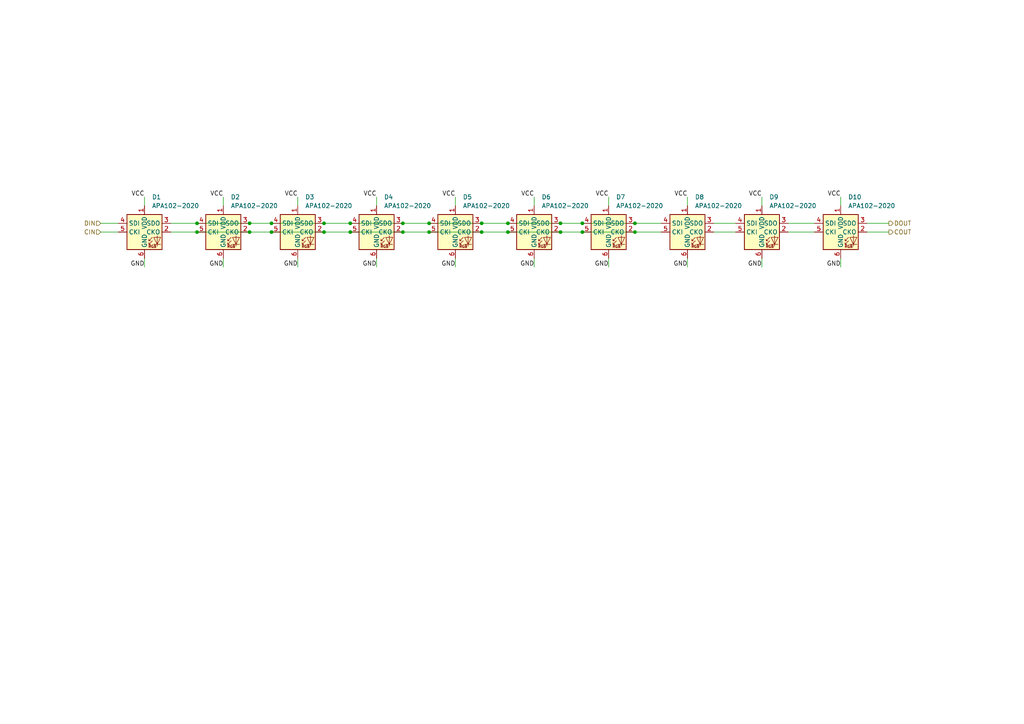
<source format=kicad_sch>
(kicad_sch
	(version 20250114)
	(generator "eeschema")
	(generator_version "9.0")
	(uuid "33316379-28af-4a46-9b2b-fb30fca31c53")
	(paper "A4")
	(lib_symbols
		(symbol "LEDS_sym:APA102-2020"
			(exclude_from_sim no)
			(in_bom yes)
			(on_board yes)
			(property "Reference" "D"
				(at 5.08 5.715 0)
				(effects
					(font
						(size 1.27 1.27)
					)
					(justify right bottom)
				)
			)
			(property "Value" "APA102-2020"
				(at 1.27 -5.715 0)
				(effects
					(font
						(size 1.27 1.27)
					)
					(justify left top)
				)
			)
			(property "Footprint" "LED_SMD:LED-APA102-2020"
				(at 1.27 -7.62 0)
				(effects
					(font
						(size 1.27 1.27)
					)
					(justify left top)
					(hide yes)
				)
			)
			(property "Datasheet" "http://www.led-color.com/upload/201604/APA102-2020%20SMD%20LED.pdf"
				(at 2.54 -9.525 0)
				(effects
					(font
						(size 1.27 1.27)
					)
					(justify left top)
					(hide yes)
				)
			)
			(property "Description" "RGB LED with integrated controller"
				(at 0 0 0)
				(effects
					(font
						(size 1.27 1.27)
					)
					(hide yes)
				)
			)
			(property "ki_keywords" "RGB LED addressable 8bit pwm 5bit greyscale"
				(at 0 0 0)
				(effects
					(font
						(size 1.27 1.27)
					)
					(hide yes)
				)
			)
			(property "ki_fp_filters" "LED*APA102*"
				(at 0 0 0)
				(effects
					(font
						(size 1.27 1.27)
					)
					(hide yes)
				)
			)
			(symbol "APA102-2020_0_0"
				(text "RGB"
					(at 2.286 -4.191 0)
					(effects
						(font
							(size 0.762 0.762)
						)
					)
				)
			)
			(symbol "APA102-2020_0_1"
				(polyline
					(pts
						(xy 1.27 -2.54) (xy 1.778 -2.54)
					)
					(stroke
						(width 0)
						(type default)
					)
					(fill
						(type none)
					)
				)
				(polyline
					(pts
						(xy 1.27 -3.556) (xy 1.778 -3.556)
					)
					(stroke
						(width 0)
						(type default)
					)
					(fill
						(type none)
					)
				)
				(polyline
					(pts
						(xy 2.286 -1.524) (xy 1.27 -2.54) (xy 1.27 -2.032)
					)
					(stroke
						(width 0)
						(type default)
					)
					(fill
						(type none)
					)
				)
				(polyline
					(pts
						(xy 2.286 -2.54) (xy 1.27 -3.556) (xy 1.27 -3.048)
					)
					(stroke
						(width 0)
						(type default)
					)
					(fill
						(type none)
					)
				)
				(polyline
					(pts
						(xy 3.683 -1.016) (xy 3.683 -3.556) (xy 3.683 -4.064)
					)
					(stroke
						(width 0)
						(type default)
					)
					(fill
						(type none)
					)
				)
				(polyline
					(pts
						(xy 4.699 -1.524) (xy 2.667 -1.524) (xy 3.683 -3.556) (xy 4.699 -1.524)
					)
					(stroke
						(width 0)
						(type default)
					)
					(fill
						(type none)
					)
				)
				(polyline
					(pts
						(xy 4.699 -3.556) (xy 2.667 -3.556)
					)
					(stroke
						(width 0)
						(type default)
					)
					(fill
						(type none)
					)
				)
				(rectangle
					(start 5.08 5.08)
					(end -5.08 -5.08)
					(stroke
						(width 0.254)
						(type default)
					)
					(fill
						(type background)
					)
				)
			)
			(symbol "APA102-2020_1_1"
				(pin input line
					(at -7.62 2.54 0)
					(length 2.54)
					(name "SDI"
						(effects
							(font
								(size 1.27 1.27)
							)
						)
					)
					(number "4"
						(effects
							(font
								(size 1.27 1.27)
							)
						)
					)
				)
				(pin input line
					(at -7.62 0 0)
					(length 2.54)
					(name "CKI"
						(effects
							(font
								(size 1.27 1.27)
							)
						)
					)
					(number "5"
						(effects
							(font
								(size 1.27 1.27)
							)
						)
					)
				)
				(pin power_in line
					(at 0 7.62 270)
					(length 2.54)
					(name "VDD"
						(effects
							(font
								(size 1.27 1.27)
							)
						)
					)
					(number "1"
						(effects
							(font
								(size 1.27 1.27)
							)
						)
					)
				)
				(pin power_in line
					(at 0 -7.62 90)
					(length 2.54)
					(name "GND"
						(effects
							(font
								(size 1.27 1.27)
							)
						)
					)
					(number "6"
						(effects
							(font
								(size 1.27 1.27)
							)
						)
					)
				)
				(pin output line
					(at 7.62 2.54 180)
					(length 2.54)
					(name "SDO"
						(effects
							(font
								(size 1.27 1.27)
							)
						)
					)
					(number "3"
						(effects
							(font
								(size 1.27 1.27)
							)
						)
					)
				)
				(pin output line
					(at 7.62 0 180)
					(length 2.54)
					(name "CKO"
						(effects
							(font
								(size 1.27 1.27)
							)
						)
					)
					(number "2"
						(effects
							(font
								(size 1.27 1.27)
							)
						)
					)
				)
			)
			(embedded_fonts no)
		)
	)
	(junction
		(at 139.7 67.31)
		(diameter 0)
		(color 0 0 0 0)
		(uuid "07091abe-99ca-47c4-823c-f55d11665976")
	)
	(junction
		(at 147.32 64.77)
		(diameter 0)
		(color 0 0 0 0)
		(uuid "08996205-0acf-4625-b381-67394efc998a")
	)
	(junction
		(at 168.91 64.77)
		(diameter 0)
		(color 0 0 0 0)
		(uuid "1bb29e6d-0737-4cce-9fda-6392ab79d8e8")
	)
	(junction
		(at 72.39 67.31)
		(diameter 0)
		(color 0 0 0 0)
		(uuid "2093346e-31b1-4843-bdc3-7c21f6c1ed0c")
	)
	(junction
		(at 101.6 64.77)
		(diameter 0)
		(color 0 0 0 0)
		(uuid "26efb8e1-71e8-40ef-8970-b93146b6cb78")
	)
	(junction
		(at 139.7 64.77)
		(diameter 0)
		(color 0 0 0 0)
		(uuid "2bbd06ed-9d87-4bb3-9e4d-63564bf21817")
	)
	(junction
		(at 184.15 67.31)
		(diameter 0)
		(color 0 0 0 0)
		(uuid "2f189388-3f96-45d4-b53b-d112c8ff26db")
	)
	(junction
		(at 57.15 67.31)
		(diameter 0)
		(color 0 0 0 0)
		(uuid "31e30806-0ecb-4f5c-aaf2-b380e13580e2")
	)
	(junction
		(at 162.56 67.31)
		(diameter 0)
		(color 0 0 0 0)
		(uuid "3f4355d6-4ffa-4110-a980-181438d111ca")
	)
	(junction
		(at 78.74 64.77)
		(diameter 0)
		(color 0 0 0 0)
		(uuid "413d596a-47c6-4bc9-9503-c17c45e06905")
	)
	(junction
		(at 72.39 64.77)
		(diameter 0)
		(color 0 0 0 0)
		(uuid "4c40def7-b26e-47cf-a680-ff40ec52fbf3")
	)
	(junction
		(at 78.74 67.31)
		(diameter 0)
		(color 0 0 0 0)
		(uuid "5516042d-8b5a-43b4-8b7c-7483956c6ea3")
	)
	(junction
		(at 124.46 67.31)
		(diameter 0)
		(color 0 0 0 0)
		(uuid "5ab5ba39-88dd-4915-bec0-d938a787a13b")
	)
	(junction
		(at 168.91 67.31)
		(diameter 0)
		(color 0 0 0 0)
		(uuid "5b29e5f8-66db-4e97-8c9d-c49a96554817")
	)
	(junction
		(at 162.56 64.77)
		(diameter 0)
		(color 0 0 0 0)
		(uuid "5c6b95f5-e347-4075-94ac-cb1f6c170673")
	)
	(junction
		(at 116.84 67.31)
		(diameter 0)
		(color 0 0 0 0)
		(uuid "7a873b76-52ae-4b8e-8ce6-b48b0fde4571")
	)
	(junction
		(at 147.32 67.31)
		(diameter 0)
		(color 0 0 0 0)
		(uuid "b8cfeeaa-c231-40db-a229-9f2f77593fbf")
	)
	(junction
		(at 93.98 67.31)
		(diameter 0)
		(color 0 0 0 0)
		(uuid "ba4311b8-f57f-4be1-923a-123182b8fe63")
	)
	(junction
		(at 124.46 64.77)
		(diameter 0)
		(color 0 0 0 0)
		(uuid "ba509446-0912-47e0-a476-0f6d9239bd6d")
	)
	(junction
		(at 93.98 64.77)
		(diameter 0)
		(color 0 0 0 0)
		(uuid "cd336a95-8498-4ad4-954e-b4b151278c89")
	)
	(junction
		(at 101.6 67.31)
		(diameter 0)
		(color 0 0 0 0)
		(uuid "f07dccb9-333c-4a38-a718-615899f41a3b")
	)
	(junction
		(at 57.15 64.77)
		(diameter 0)
		(color 0 0 0 0)
		(uuid "f6ce517c-3d01-41c8-be75-ee28a0b69e17")
	)
	(junction
		(at 116.84 64.77)
		(diameter 0)
		(color 0 0 0 0)
		(uuid "f8fea7fa-ce21-4703-9836-6f160b451b8c")
	)
	(junction
		(at 184.15 64.77)
		(diameter 0)
		(color 0 0 0 0)
		(uuid "fb75d996-5cd3-4134-924d-fbf5351380ba")
	)
	(wire
		(pts
			(xy 109.22 74.93) (xy 109.22 77.47)
		)
		(stroke
			(width 0)
			(type default)
		)
		(uuid "051b3802-7b4d-4483-86ce-cb8920894a8f")
	)
	(wire
		(pts
			(xy 228.6 67.31) (xy 236.22 67.31)
		)
		(stroke
			(width 0)
			(type default)
		)
		(uuid "064e0340-d631-494b-8dcb-ddfa5955e61e")
	)
	(wire
		(pts
			(xy 101.6 67.31) (xy 116.84 67.31)
		)
		(stroke
			(width 0)
			(type default)
		)
		(uuid "06a4d58d-229b-43e2-8f98-3f3ef5605e7a")
	)
	(wire
		(pts
			(xy 41.91 57.15) (xy 41.91 59.69)
		)
		(stroke
			(width 0)
			(type default)
		)
		(uuid "06f299d4-c136-473b-969c-ad4e47db93b9")
	)
	(wire
		(pts
			(xy 29.21 64.77) (xy 34.29 64.77)
		)
		(stroke
			(width 0)
			(type default)
		)
		(uuid "07834fc2-b313-4d76-9f30-88982e23a429")
	)
	(wire
		(pts
			(xy 147.32 67.31) (xy 162.56 67.31)
		)
		(stroke
			(width 0)
			(type default)
		)
		(uuid "0c8f7997-5e34-459f-8a66-7cf4931ac31b")
	)
	(wire
		(pts
			(xy 29.21 67.31) (xy 34.29 67.31)
		)
		(stroke
			(width 0)
			(type default)
		)
		(uuid "1385cf0f-7e29-496a-ab9f-13b2161889dc")
	)
	(wire
		(pts
			(xy 251.46 67.31) (xy 257.81 67.31)
		)
		(stroke
			(width 0)
			(type default)
		)
		(uuid "149589a5-99e3-4162-9ddf-20b98f2b7648")
	)
	(wire
		(pts
			(xy 93.98 67.31) (xy 101.6 67.31)
		)
		(stroke
			(width 0)
			(type default)
		)
		(uuid "210567b6-0e54-4748-ba96-9a7f5ccbab94")
	)
	(wire
		(pts
			(xy 124.46 67.31) (xy 139.7 67.31)
		)
		(stroke
			(width 0)
			(type default)
		)
		(uuid "252f14db-925f-46f7-8639-a797a0fe97c5")
	)
	(wire
		(pts
			(xy 162.56 64.77) (xy 168.91 64.77)
		)
		(stroke
			(width 0)
			(type default)
		)
		(uuid "27a994c2-399f-4f6b-a293-beeea6a4b372")
	)
	(wire
		(pts
			(xy 207.01 64.77) (xy 213.36 64.77)
		)
		(stroke
			(width 0)
			(type default)
		)
		(uuid "28158d17-06a6-44f1-8aac-2fec036b98cc")
	)
	(wire
		(pts
			(xy 168.91 67.31) (xy 184.15 67.31)
		)
		(stroke
			(width 0)
			(type default)
		)
		(uuid "28303377-13b0-40ca-852d-b2dd0dfcf680")
	)
	(wire
		(pts
			(xy 78.74 67.31) (xy 93.98 67.31)
		)
		(stroke
			(width 0)
			(type default)
		)
		(uuid "2c324e0a-7266-4d9d-abe8-9d0cb39d66d1")
	)
	(wire
		(pts
			(xy 57.15 64.77) (xy 72.39 64.77)
		)
		(stroke
			(width 0)
			(type default)
		)
		(uuid "37525bd0-52d8-4801-bc22-ec987d13bded")
	)
	(wire
		(pts
			(xy 139.7 67.31) (xy 147.32 67.31)
		)
		(stroke
			(width 0)
			(type default)
		)
		(uuid "38845fea-d9c3-4b88-bf7b-2163993180db")
	)
	(wire
		(pts
			(xy 116.84 64.77) (xy 124.46 64.77)
		)
		(stroke
			(width 0)
			(type default)
		)
		(uuid "40d0e744-bf57-4e80-b4a0-c60d429e49e7")
	)
	(wire
		(pts
			(xy 57.15 67.31) (xy 72.39 67.31)
		)
		(stroke
			(width 0)
			(type default)
		)
		(uuid "41b5aab7-1dd8-4556-8244-7d4fd0e4b2dc")
	)
	(wire
		(pts
			(xy 251.46 64.77) (xy 257.81 64.77)
		)
		(stroke
			(width 0)
			(type default)
		)
		(uuid "434a1e49-6745-4204-a51a-5258624b7149")
	)
	(wire
		(pts
			(xy 184.15 67.31) (xy 191.77 67.31)
		)
		(stroke
			(width 0)
			(type default)
		)
		(uuid "43a127b1-1a7e-416e-9437-86c748a31341")
	)
	(wire
		(pts
			(xy 184.15 64.77) (xy 191.77 64.77)
		)
		(stroke
			(width 0)
			(type default)
		)
		(uuid "55f25f7e-90b5-494a-919d-d52c34ac12c6")
	)
	(wire
		(pts
			(xy 116.84 67.31) (xy 124.46 67.31)
		)
		(stroke
			(width 0)
			(type default)
		)
		(uuid "59673c07-bc27-4d54-ad46-e2327fae5017")
	)
	(wire
		(pts
			(xy 220.98 57.15) (xy 220.98 59.69)
		)
		(stroke
			(width 0)
			(type default)
		)
		(uuid "5b4911fc-812f-4aa7-b75a-6e84cd119043")
	)
	(wire
		(pts
			(xy 132.08 57.15) (xy 132.08 59.69)
		)
		(stroke
			(width 0)
			(type default)
		)
		(uuid "60cb9fe6-bf32-4e3b-ae96-f56af97785b8")
	)
	(wire
		(pts
			(xy 64.77 74.93) (xy 64.77 77.47)
		)
		(stroke
			(width 0)
			(type default)
		)
		(uuid "6161db51-c390-4115-b619-cfe16fad2087")
	)
	(wire
		(pts
			(xy 49.53 64.77) (xy 57.15 64.77)
		)
		(stroke
			(width 0)
			(type default)
		)
		(uuid "62750162-7bc1-4eb8-b56c-889b70819918")
	)
	(wire
		(pts
			(xy 147.32 64.77) (xy 162.56 64.77)
		)
		(stroke
			(width 0)
			(type default)
		)
		(uuid "62d9f5d4-d1fd-4d7d-968e-9856f5c5c052")
	)
	(wire
		(pts
			(xy 207.01 67.31) (xy 213.36 67.31)
		)
		(stroke
			(width 0)
			(type default)
		)
		(uuid "65e213d2-05f1-45b7-ada8-f0ff6ea28e70")
	)
	(wire
		(pts
			(xy 139.7 64.77) (xy 147.32 64.77)
		)
		(stroke
			(width 0)
			(type default)
		)
		(uuid "6c1d5800-488e-45ca-8d6b-44f1ee55022d")
	)
	(wire
		(pts
			(xy 199.39 57.15) (xy 199.39 59.69)
		)
		(stroke
			(width 0)
			(type default)
		)
		(uuid "71045a83-a0a2-4b72-a511-b7b417977d45")
	)
	(wire
		(pts
			(xy 72.39 64.77) (xy 78.74 64.77)
		)
		(stroke
			(width 0)
			(type default)
		)
		(uuid "739d8cec-5227-4837-9753-a39d0e2130ab")
	)
	(wire
		(pts
			(xy 132.08 74.93) (xy 132.08 77.47)
		)
		(stroke
			(width 0)
			(type default)
		)
		(uuid "73f6a678-d81c-40cd-a346-7d427f70fab0")
	)
	(wire
		(pts
			(xy 72.39 67.31) (xy 78.74 67.31)
		)
		(stroke
			(width 0)
			(type default)
		)
		(uuid "7549ee8d-f3fe-4cd6-a2b5-adea9fe4d236")
	)
	(wire
		(pts
			(xy 154.94 57.15) (xy 154.94 59.69)
		)
		(stroke
			(width 0)
			(type default)
		)
		(uuid "77990d33-201f-4026-be28-07aee853a9ee")
	)
	(wire
		(pts
			(xy 109.22 57.15) (xy 109.22 59.69)
		)
		(stroke
			(width 0)
			(type default)
		)
		(uuid "7c44f277-0e3d-4e15-8cb7-475654a1c3b6")
	)
	(wire
		(pts
			(xy 220.98 74.93) (xy 220.98 77.47)
		)
		(stroke
			(width 0)
			(type default)
		)
		(uuid "7f0c0996-21a3-4d78-9a80-960a543da077")
	)
	(wire
		(pts
			(xy 228.6 64.77) (xy 236.22 64.77)
		)
		(stroke
			(width 0)
			(type default)
		)
		(uuid "9530ad3f-2192-4088-a158-a36437941eae")
	)
	(wire
		(pts
			(xy 168.91 64.77) (xy 184.15 64.77)
		)
		(stroke
			(width 0)
			(type default)
		)
		(uuid "9c3436c2-a0ce-4b0d-a8c6-b33a4861cbfe")
	)
	(wire
		(pts
			(xy 86.36 57.15) (xy 86.36 59.69)
		)
		(stroke
			(width 0)
			(type default)
		)
		(uuid "9d186258-9130-48e1-a044-c063952b69b5")
	)
	(wire
		(pts
			(xy 78.74 64.77) (xy 93.98 64.77)
		)
		(stroke
			(width 0)
			(type default)
		)
		(uuid "9e7a1c4d-6274-41ae-9ea4-a9c4ce7f5d83")
	)
	(wire
		(pts
			(xy 64.77 57.15) (xy 64.77 59.69)
		)
		(stroke
			(width 0)
			(type default)
		)
		(uuid "a7a13887-9c11-4786-847b-99645a1c9bb2")
	)
	(wire
		(pts
			(xy 86.36 74.93) (xy 86.36 77.47)
		)
		(stroke
			(width 0)
			(type default)
		)
		(uuid "cd7fbf17-d631-41fa-82a4-dfbeace9bc67")
	)
	(wire
		(pts
			(xy 41.91 74.93) (xy 41.91 77.47)
		)
		(stroke
			(width 0)
			(type default)
		)
		(uuid "d08358ce-62a5-4f7f-8eb6-0402d6867900")
	)
	(wire
		(pts
			(xy 162.56 67.31) (xy 168.91 67.31)
		)
		(stroke
			(width 0)
			(type default)
		)
		(uuid "daeb591a-1153-486b-843d-704a2c0675a7")
	)
	(wire
		(pts
			(xy 101.6 64.77) (xy 116.84 64.77)
		)
		(stroke
			(width 0)
			(type default)
		)
		(uuid "e455f8ee-5889-4e95-a647-b8758311cb97")
	)
	(wire
		(pts
			(xy 243.84 57.15) (xy 243.84 59.69)
		)
		(stroke
			(width 0)
			(type default)
		)
		(uuid "ee11482b-5f8f-4227-af93-4c5a09a92099")
	)
	(wire
		(pts
			(xy 176.53 74.93) (xy 176.53 77.47)
		)
		(stroke
			(width 0)
			(type default)
		)
		(uuid "ee252409-e02c-4399-a708-ce8766d785b2")
	)
	(wire
		(pts
			(xy 243.84 74.93) (xy 243.84 77.47)
		)
		(stroke
			(width 0)
			(type default)
		)
		(uuid "efd2e6bd-9b76-4c3f-8937-4f06f72eb753")
	)
	(wire
		(pts
			(xy 93.98 64.77) (xy 101.6 64.77)
		)
		(stroke
			(width 0)
			(type default)
		)
		(uuid "f02c2869-d6aa-4e42-9e1b-d0257768b4f0")
	)
	(wire
		(pts
			(xy 199.39 74.93) (xy 199.39 77.47)
		)
		(stroke
			(width 0)
			(type default)
		)
		(uuid "f522c172-94f6-4cb7-9317-c1e0022221bc")
	)
	(wire
		(pts
			(xy 49.53 67.31) (xy 57.15 67.31)
		)
		(stroke
			(width 0)
			(type default)
		)
		(uuid "f862ae88-3264-4b32-9037-fcb21f0b1cea")
	)
	(wire
		(pts
			(xy 154.94 74.93) (xy 154.94 77.47)
		)
		(stroke
			(width 0)
			(type default)
		)
		(uuid "f9f6e1f0-f18d-4e7d-9ef3-97ef858856da")
	)
	(wire
		(pts
			(xy 176.53 57.15) (xy 176.53 59.69)
		)
		(stroke
			(width 0)
			(type default)
		)
		(uuid "fa232541-bc60-47d7-ad4a-3ed193b41236")
	)
	(wire
		(pts
			(xy 124.46 64.77) (xy 139.7 64.77)
		)
		(stroke
			(width 0)
			(type default)
		)
		(uuid "fef76973-de78-4086-9640-22ebcdc5c5a8")
	)
	(label "GND"
		(at 64.77 77.47 180)
		(effects
			(font
				(size 1.27 1.27)
			)
			(justify right bottom)
		)
		(uuid "043e63d4-4fb4-4b04-a3d4-ad736b6a17b2")
	)
	(label "VCC"
		(at 64.77 57.15 180)
		(effects
			(font
				(size 1.27 1.27)
			)
			(justify right bottom)
		)
		(uuid "08544011-c160-4547-8957-8df8f5bf61df")
	)
	(label "GND"
		(at 132.08 77.47 180)
		(effects
			(font
				(size 1.27 1.27)
			)
			(justify right bottom)
		)
		(uuid "0acbb5b7-f36a-4a56-83de-fd99e1ec7a47")
	)
	(label "VCC"
		(at 154.94 57.15 180)
		(effects
			(font
				(size 1.27 1.27)
			)
			(justify right bottom)
		)
		(uuid "1ccb04a3-3f84-4bc7-8fca-3520f7e41ec2")
	)
	(label "VCC"
		(at 86.36 57.15 180)
		(effects
			(font
				(size 1.27 1.27)
			)
			(justify right bottom)
		)
		(uuid "208a0c3b-46bf-41c4-b59d-e569e71bc6b8")
	)
	(label "VCC"
		(at 199.39 57.15 180)
		(effects
			(font
				(size 1.27 1.27)
			)
			(justify right bottom)
		)
		(uuid "2c45fa01-4dfa-4879-866a-940a899d98ef")
	)
	(label "VCC"
		(at 109.22 57.15 180)
		(effects
			(font
				(size 1.27 1.27)
			)
			(justify right bottom)
		)
		(uuid "4c0f52a0-aeeb-4853-9b26-45c8013d3d10")
	)
	(label "GND"
		(at 220.98 77.47 180)
		(effects
			(font
				(size 1.27 1.27)
			)
			(justify right bottom)
		)
		(uuid "644345dd-0e10-4d15-87e2-16d0d9f28abb")
	)
	(label "VCC"
		(at 220.98 57.15 180)
		(effects
			(font
				(size 1.27 1.27)
			)
			(justify right bottom)
		)
		(uuid "6f8a522e-7c02-4375-9af3-24942680116e")
	)
	(label "GND"
		(at 199.39 77.47 180)
		(effects
			(font
				(size 1.27 1.27)
			)
			(justify right bottom)
		)
		(uuid "786b0f55-5c2e-4893-9d5a-c17b6bc426b4")
	)
	(label "VCC"
		(at 243.84 57.15 180)
		(effects
			(font
				(size 1.27 1.27)
			)
			(justify right bottom)
		)
		(uuid "87718d92-7fed-4d60-a641-4c60046ee7f9")
	)
	(label "GND"
		(at 243.84 77.47 180)
		(effects
			(font
				(size 1.27 1.27)
			)
			(justify right bottom)
		)
		(uuid "8ecb89a5-fc9e-44d7-8859-341f6a160e16")
	)
	(label "GND"
		(at 109.22 77.47 180)
		(effects
			(font
				(size 1.27 1.27)
			)
			(justify right bottom)
		)
		(uuid "9e0ff62f-cce3-4c71-8b7a-96a5547395bc")
	)
	(label "VCC"
		(at 41.91 57.15 180)
		(effects
			(font
				(size 1.27 1.27)
			)
			(justify right bottom)
		)
		(uuid "b320c45b-b358-4b3a-8491-7123e52ea530")
	)
	(label "GND"
		(at 176.53 77.47 180)
		(effects
			(font
				(size 1.27 1.27)
			)
			(justify right bottom)
		)
		(uuid "c8f992b3-7a70-40f8-b37c-7e81a8c7861e")
	)
	(label "VCC"
		(at 132.08 57.15 180)
		(effects
			(font
				(size 1.27 1.27)
			)
			(justify right bottom)
		)
		(uuid "cbcfb3af-c943-4d5c-865f-789197172edb")
	)
	(label "GND"
		(at 41.91 77.47 180)
		(effects
			(font
				(size 1.27 1.27)
			)
			(justify right bottom)
		)
		(uuid "d14ba3cf-599f-4360-9484-402c7242ab4e")
	)
	(label "VCC"
		(at 176.53 57.15 180)
		(effects
			(font
				(size 1.27 1.27)
			)
			(justify right bottom)
		)
		(uuid "e2e2ab7d-b3b8-479c-9267-b64fc804dc70")
	)
	(label "GND"
		(at 86.36 77.4502 180)
		(effects
			(font
				(size 1.27 1.27)
			)
			(justify right bottom)
		)
		(uuid "e5d3dc81-1867-41f6-95a9-e63ae0bfee0a")
	)
	(label "GND"
		(at 154.94 77.4502 180)
		(effects
			(font
				(size 1.27 1.27)
			)
			(justify right bottom)
		)
		(uuid "f1b80f5b-0172-4d64-af04-ff542812492f")
	)
	(hierarchical_label "DOUT"
		(shape output)
		(at 257.81 64.77 0)
		(effects
			(font
				(size 1.27 1.27)
			)
			(justify left)
		)
		(uuid "afa06a36-f55d-4d69-be62-268f873bf735")
	)
	(hierarchical_label "COUT"
		(shape output)
		(at 257.81 67.31 0)
		(effects
			(font
				(size 1.27 1.27)
			)
			(justify left)
		)
		(uuid "b9a87f2e-1cbb-4a71-b4f9-fbb55768acd0")
	)
	(hierarchical_label "CIN"
		(shape input)
		(at 29.21 67.31 180)
		(effects
			(font
				(size 1.27 1.27)
			)
			(justify right)
		)
		(uuid "d7317f7c-ddb1-4b11-8a97-46e03a0fa9bd")
	)
	(hierarchical_label "DIN"
		(shape input)
		(at 29.21 64.77 180)
		(effects
			(font
				(size 1.27 1.27)
			)
			(justify right)
		)
		(uuid "eb42ce40-3e1e-41fc-8d4d-3e14f4693cb3")
	)
	(symbol
		(lib_id "LEDS_sym:APA102-2020")
		(at 132.08 67.31 0)
		(unit 1)
		(exclude_from_sim no)
		(in_bom yes)
		(on_board yes)
		(dnp no)
		(fields_autoplaced yes)
		(uuid "3d8544f4-5f55-428d-a39e-645268fdeea5")
		(property "Reference" "D5"
			(at 134.2233 57.15 0)
			(effects
				(font
					(size 1.27 1.27)
				)
				(justify left)
			)
		)
		(property "Value" "APA102-2020"
			(at 134.2233 59.69 0)
			(effects
				(font
					(size 1.27 1.27)
				)
				(justify left)
			)
		)
		(property "Footprint" "LED_SMD:LED-APA102-2020"
			(at 133.35 74.93 0)
			(effects
				(font
					(size 1.27 1.27)
				)
				(justify left top)
				(hide yes)
			)
		)
		(property "Datasheet" "http://www.led-color.com/upload/201604/APA102-2020%20SMD%20LED.pdf"
			(at 134.62 76.835 0)
			(effects
				(font
					(size 1.27 1.27)
				)
				(justify left top)
				(hide yes)
			)
		)
		(property "Description" "RGB LED with integrated controller"
			(at 132.08 67.31 0)
			(effects
				(font
					(size 1.27 1.27)
				)
				(hide yes)
			)
		)
		(pin "3"
			(uuid "fd48c1e5-678c-41c1-b5a2-d33abd2bd07f")
		)
		(pin "4"
			(uuid "aa0110d3-ea4b-440c-bfaa-a638bf8ee0d1")
		)
		(pin "5"
			(uuid "d335503b-fa3c-4e93-8aa4-33e65f8f88e9")
		)
		(pin "1"
			(uuid "59ea6499-617b-42ed-af76-032c8b4e5059")
		)
		(pin "6"
			(uuid "15a2e6d8-89bf-483a-8196-f818e4efd307")
		)
		(pin "2"
			(uuid "7a4928b2-a224-4686-878c-d6b9bc10d580")
		)
		(instances
			(project "spinning"
				(path "/500a9f84-d59e-418d-bc4b-2142a90d742d/149f3120-9cd7-47ee-92dc-9bdec38b8376"
					(reference "D5")
					(unit 1)
				)
				(path "/500a9f84-d59e-418d-bc4b-2142a90d742d/2fa70129-f5d3-421a-a8cc-5d70eb73528f"
					(reference "D45")
					(unit 1)
				)
				(path "/500a9f84-d59e-418d-bc4b-2142a90d742d/46d3c7ac-04c2-4d0e-bfbf-76c934ca9788"
					(reference "D37")
					(unit 1)
				)
				(path "/500a9f84-d59e-418d-bc4b-2142a90d742d/c6d00521-7013-457b-b2a3-eaebc5606d6b"
					(reference "D53")
					(unit 1)
				)
			)
		)
	)
	(symbol
		(lib_id "LEDS_sym:APA102-2020")
		(at 64.77 67.31 0)
		(unit 1)
		(exclude_from_sim no)
		(in_bom yes)
		(on_board yes)
		(dnp no)
		(fields_autoplaced yes)
		(uuid "5c68d134-19d1-4b06-a6e2-f64acc311d9f")
		(property "Reference" "D2"
			(at 66.9133 57.15 0)
			(effects
				(font
					(size 1.27 1.27)
				)
				(justify left)
			)
		)
		(property "Value" "APA102-2020"
			(at 66.9133 59.69 0)
			(effects
				(font
					(size 1.27 1.27)
				)
				(justify left)
			)
		)
		(property "Footprint" "LED_SMD:LED-APA102-2020"
			(at 66.04 74.93 0)
			(effects
				(font
					(size 1.27 1.27)
				)
				(justify left top)
				(hide yes)
			)
		)
		(property "Datasheet" "http://www.led-color.com/upload/201604/APA102-2020%20SMD%20LED.pdf"
			(at 67.31 76.835 0)
			(effects
				(font
					(size 1.27 1.27)
				)
				(justify left top)
				(hide yes)
			)
		)
		(property "Description" "RGB LED with integrated controller"
			(at 64.77 67.31 0)
			(effects
				(font
					(size 1.27 1.27)
				)
				(hide yes)
			)
		)
		(pin "3"
			(uuid "5031befe-6ab5-4121-ab90-a95fff08e6bc")
		)
		(pin "4"
			(uuid "99c5fefb-4bbf-4fb7-bb90-fd5440764b02")
		)
		(pin "5"
			(uuid "abfaf9e4-4443-44d2-b446-055340a7cd19")
		)
		(pin "1"
			(uuid "2bed8a7c-2926-4b4c-acc6-87ee4fb16db0")
		)
		(pin "6"
			(uuid "b7bb1226-d56f-4957-9235-b30423cb518c")
		)
		(pin "2"
			(uuid "07289240-8e71-4c79-8601-bf39354eb844")
		)
		(instances
			(project "spinning"
				(path "/500a9f84-d59e-418d-bc4b-2142a90d742d/149f3120-9cd7-47ee-92dc-9bdec38b8376"
					(reference "D2")
					(unit 1)
				)
				(path "/500a9f84-d59e-418d-bc4b-2142a90d742d/2fa70129-f5d3-421a-a8cc-5d70eb73528f"
					(reference "D42")
					(unit 1)
				)
				(path "/500a9f84-d59e-418d-bc4b-2142a90d742d/46d3c7ac-04c2-4d0e-bfbf-76c934ca9788"
					(reference "D34")
					(unit 1)
				)
				(path "/500a9f84-d59e-418d-bc4b-2142a90d742d/c6d00521-7013-457b-b2a3-eaebc5606d6b"
					(reference "D50")
					(unit 1)
				)
			)
		)
	)
	(symbol
		(lib_id "LEDS_sym:APA102-2020")
		(at 243.84 67.31 0)
		(unit 1)
		(exclude_from_sim no)
		(in_bom yes)
		(on_board yes)
		(dnp no)
		(fields_autoplaced yes)
		(uuid "685b56e6-acd5-468c-9554-f35fe547934c")
		(property "Reference" "D10"
			(at 245.9833 57.15 0)
			(effects
				(font
					(size 1.27 1.27)
				)
				(justify left)
			)
		)
		(property "Value" "APA102-2020"
			(at 245.9833 59.69 0)
			(effects
				(font
					(size 1.27 1.27)
				)
				(justify left)
			)
		)
		(property "Footprint" "LED_SMD:LED-APA102-2020"
			(at 245.11 74.93 0)
			(effects
				(font
					(size 1.27 1.27)
				)
				(justify left top)
				(hide yes)
			)
		)
		(property "Datasheet" "http://www.led-color.com/upload/201604/APA102-2020%20SMD%20LED.pdf"
			(at 246.38 76.835 0)
			(effects
				(font
					(size 1.27 1.27)
				)
				(justify left top)
				(hide yes)
			)
		)
		(property "Description" "RGB LED with integrated controller"
			(at 243.84 67.31 0)
			(effects
				(font
					(size 1.27 1.27)
				)
				(hide yes)
			)
		)
		(pin "3"
			(uuid "75c6d514-cb13-4d4d-aad4-d44a4c9d9848")
		)
		(pin "4"
			(uuid "5addcbfe-81db-4092-8f15-84cebfdad76a")
		)
		(pin "5"
			(uuid "0e071252-1dc5-4c56-b68f-b2513ac048f6")
		)
		(pin "1"
			(uuid "ee70ec56-6840-4989-98e9-410fe3a905fa")
		)
		(pin "6"
			(uuid "54264ab4-6bb1-40d6-a61c-200c9ad33639")
		)
		(pin "2"
			(uuid "d1c811f3-cadf-4d69-ad67-f19de57f96ec")
		)
		(instances
			(project "spinning"
				(path "/500a9f84-d59e-418d-bc4b-2142a90d742d/149f3120-9cd7-47ee-92dc-9bdec38b8376"
					(reference "D10")
					(unit 1)
				)
				(path "/500a9f84-d59e-418d-bc4b-2142a90d742d/2fa70129-f5d3-421a-a8cc-5d70eb73528f"
					(reference "D14")
					(unit 1)
				)
				(path "/500a9f84-d59e-418d-bc4b-2142a90d742d/46d3c7ac-04c2-4d0e-bfbf-76c934ca9788"
					(reference "D12")
					(unit 1)
				)
				(path "/500a9f84-d59e-418d-bc4b-2142a90d742d/c6d00521-7013-457b-b2a3-eaebc5606d6b"
					(reference "D16")
					(unit 1)
				)
			)
		)
	)
	(symbol
		(lib_id "LEDS_sym:APA102-2020")
		(at 41.91 67.31 0)
		(unit 1)
		(exclude_from_sim no)
		(in_bom yes)
		(on_board yes)
		(dnp no)
		(fields_autoplaced yes)
		(uuid "6ffeaa85-409c-4823-81a1-6962869f5051")
		(property "Reference" "D1"
			(at 44.0533 57.15 0)
			(effects
				(font
					(size 1.27 1.27)
				)
				(justify left)
			)
		)
		(property "Value" "APA102-2020"
			(at 44.0533 59.69 0)
			(effects
				(font
					(size 1.27 1.27)
				)
				(justify left)
			)
		)
		(property "Footprint" "LED_SMD:LED-APA102-2020"
			(at 43.18 74.93 0)
			(effects
				(font
					(size 1.27 1.27)
				)
				(justify left top)
				(hide yes)
			)
		)
		(property "Datasheet" "http://www.led-color.com/upload/201604/APA102-2020%20SMD%20LED.pdf"
			(at 44.45 76.835 0)
			(effects
				(font
					(size 1.27 1.27)
				)
				(justify left top)
				(hide yes)
			)
		)
		(property "Description" "RGB LED with integrated controller"
			(at 41.91 67.31 0)
			(effects
				(font
					(size 1.27 1.27)
				)
				(hide yes)
			)
		)
		(pin "3"
			(uuid "a87b75ad-94be-4784-966f-8bb8cfa348b5")
		)
		(pin "4"
			(uuid "fc091c96-e933-4b33-9423-5648ba525c34")
		)
		(pin "5"
			(uuid "862220e4-20a7-4fea-b25c-a840199115d5")
		)
		(pin "1"
			(uuid "9d41d74c-ef54-4fae-9359-5c35658c2091")
		)
		(pin "6"
			(uuid "e0d58e02-5795-4f88-b39a-cbab9cbf47bb")
		)
		(pin "2"
			(uuid "16778240-9464-4911-963d-dc62db896682")
		)
		(instances
			(project "spinning"
				(path "/500a9f84-d59e-418d-bc4b-2142a90d742d/149f3120-9cd7-47ee-92dc-9bdec38b8376"
					(reference "D1")
					(unit 1)
				)
				(path "/500a9f84-d59e-418d-bc4b-2142a90d742d/2fa70129-f5d3-421a-a8cc-5d70eb73528f"
					(reference "D41")
					(unit 1)
				)
				(path "/500a9f84-d59e-418d-bc4b-2142a90d742d/46d3c7ac-04c2-4d0e-bfbf-76c934ca9788"
					(reference "D33")
					(unit 1)
				)
				(path "/500a9f84-d59e-418d-bc4b-2142a90d742d/c6d00521-7013-457b-b2a3-eaebc5606d6b"
					(reference "D49")
					(unit 1)
				)
			)
		)
	)
	(symbol
		(lib_id "LEDS_sym:APA102-2020")
		(at 86.36 67.31 0)
		(unit 1)
		(exclude_from_sim no)
		(in_bom yes)
		(on_board yes)
		(dnp no)
		(fields_autoplaced yes)
		(uuid "a818d659-ff29-450f-82d5-57703aa79ef2")
		(property "Reference" "D3"
			(at 88.5033 57.15 0)
			(effects
				(font
					(size 1.27 1.27)
				)
				(justify left)
			)
		)
		(property "Value" "APA102-2020"
			(at 88.5033 59.69 0)
			(effects
				(font
					(size 1.27 1.27)
				)
				(justify left)
			)
		)
		(property "Footprint" "LED_SMD:LED-APA102-2020"
			(at 87.63 74.93 0)
			(effects
				(font
					(size 1.27 1.27)
				)
				(justify left top)
				(hide yes)
			)
		)
		(property "Datasheet" "http://www.led-color.com/upload/201604/APA102-2020%20SMD%20LED.pdf"
			(at 88.9 76.835 0)
			(effects
				(font
					(size 1.27 1.27)
				)
				(justify left top)
				(hide yes)
			)
		)
		(property "Description" "RGB LED with integrated controller"
			(at 86.36 67.31 0)
			(effects
				(font
					(size 1.27 1.27)
				)
				(hide yes)
			)
		)
		(pin "3"
			(uuid "c42877f5-3a49-4e65-925c-c3b57bcaea5b")
		)
		(pin "4"
			(uuid "39a7aa7d-58d8-4d22-aeb2-404d0c8971dc")
		)
		(pin "5"
			(uuid "a93f82c4-ed3c-467a-bda2-e9c4a2abfb45")
		)
		(pin "1"
			(uuid "bccf2bc3-cc75-416e-898e-45178b9f2f3b")
		)
		(pin "6"
			(uuid "19f2eabb-ab7f-4073-bc5f-db28157bbbce")
		)
		(pin "2"
			(uuid "e14449d3-69f5-4e6b-9f91-1885e8ef2980")
		)
		(instances
			(project "spinning"
				(path "/500a9f84-d59e-418d-bc4b-2142a90d742d/149f3120-9cd7-47ee-92dc-9bdec38b8376"
					(reference "D3")
					(unit 1)
				)
				(path "/500a9f84-d59e-418d-bc4b-2142a90d742d/2fa70129-f5d3-421a-a8cc-5d70eb73528f"
					(reference "D43")
					(unit 1)
				)
				(path "/500a9f84-d59e-418d-bc4b-2142a90d742d/46d3c7ac-04c2-4d0e-bfbf-76c934ca9788"
					(reference "D35")
					(unit 1)
				)
				(path "/500a9f84-d59e-418d-bc4b-2142a90d742d/c6d00521-7013-457b-b2a3-eaebc5606d6b"
					(reference "D51")
					(unit 1)
				)
			)
		)
	)
	(symbol
		(lib_id "LEDS_sym:APA102-2020")
		(at 176.53 67.31 0)
		(unit 1)
		(exclude_from_sim no)
		(in_bom yes)
		(on_board yes)
		(dnp no)
		(fields_autoplaced yes)
		(uuid "a935c4ab-88cd-4101-a9a1-3690c1504804")
		(property "Reference" "D7"
			(at 178.6733 57.15 0)
			(effects
				(font
					(size 1.27 1.27)
				)
				(justify left)
			)
		)
		(property "Value" "APA102-2020"
			(at 178.6733 59.69 0)
			(effects
				(font
					(size 1.27 1.27)
				)
				(justify left)
			)
		)
		(property "Footprint" "LED_SMD:LED-APA102-2020"
			(at 177.8 74.93 0)
			(effects
				(font
					(size 1.27 1.27)
				)
				(justify left top)
				(hide yes)
			)
		)
		(property "Datasheet" "http://www.led-color.com/upload/201604/APA102-2020%20SMD%20LED.pdf"
			(at 179.07 76.835 0)
			(effects
				(font
					(size 1.27 1.27)
				)
				(justify left top)
				(hide yes)
			)
		)
		(property "Description" "RGB LED with integrated controller"
			(at 176.53 67.31 0)
			(effects
				(font
					(size 1.27 1.27)
				)
				(hide yes)
			)
		)
		(pin "3"
			(uuid "54e556ac-90a2-4fc5-8f0a-2ff137a093ae")
		)
		(pin "4"
			(uuid "1fdd9192-559a-4dd3-88da-7ce2344bc35a")
		)
		(pin "5"
			(uuid "a7e37b16-d115-443c-9d78-72d0325e46b2")
		)
		(pin "1"
			(uuid "f006d93e-a6be-49d2-896f-39acfe75afed")
		)
		(pin "6"
			(uuid "7c21c031-f9a9-4867-b777-ee4326b4b291")
		)
		(pin "2"
			(uuid "2d38b0c9-e17a-4c62-b365-b0cfa2230056")
		)
		(instances
			(project "spinning"
				(path "/500a9f84-d59e-418d-bc4b-2142a90d742d/149f3120-9cd7-47ee-92dc-9bdec38b8376"
					(reference "D7")
					(unit 1)
				)
				(path "/500a9f84-d59e-418d-bc4b-2142a90d742d/2fa70129-f5d3-421a-a8cc-5d70eb73528f"
					(reference "D47")
					(unit 1)
				)
				(path "/500a9f84-d59e-418d-bc4b-2142a90d742d/46d3c7ac-04c2-4d0e-bfbf-76c934ca9788"
					(reference "D39")
					(unit 1)
				)
				(path "/500a9f84-d59e-418d-bc4b-2142a90d742d/c6d00521-7013-457b-b2a3-eaebc5606d6b"
					(reference "D55")
					(unit 1)
				)
			)
		)
	)
	(symbol
		(lib_id "LEDS_sym:APA102-2020")
		(at 220.98 67.31 0)
		(unit 1)
		(exclude_from_sim no)
		(in_bom yes)
		(on_board yes)
		(dnp no)
		(fields_autoplaced yes)
		(uuid "abf671e1-445d-493a-8ed3-7b949cbf2bd8")
		(property "Reference" "D9"
			(at 223.1233 57.15 0)
			(effects
				(font
					(size 1.27 1.27)
				)
				(justify left)
			)
		)
		(property "Value" "APA102-2020"
			(at 223.1233 59.69 0)
			(effects
				(font
					(size 1.27 1.27)
				)
				(justify left)
			)
		)
		(property "Footprint" "LED_SMD:LED-APA102-2020"
			(at 222.25 74.93 0)
			(effects
				(font
					(size 1.27 1.27)
				)
				(justify left top)
				(hide yes)
			)
		)
		(property "Datasheet" "http://www.led-color.com/upload/201604/APA102-2020%20SMD%20LED.pdf"
			(at 223.52 76.835 0)
			(effects
				(font
					(size 1.27 1.27)
				)
				(justify left top)
				(hide yes)
			)
		)
		(property "Description" "RGB LED with integrated controller"
			(at 220.98 67.31 0)
			(effects
				(font
					(size 1.27 1.27)
				)
				(hide yes)
			)
		)
		(pin "3"
			(uuid "05983b6e-b538-43c2-ad43-5ca579317933")
		)
		(pin "4"
			(uuid "2b78251b-c0ac-4869-b490-3374e9d9094c")
		)
		(pin "5"
			(uuid "efc63eae-72d6-44e5-a293-9fa40d09ff3f")
		)
		(pin "1"
			(uuid "68dc6747-2ffd-495b-9f4f-b299120db960")
		)
		(pin "6"
			(uuid "fbffe163-1f7d-4011-aba1-3d3c1e812228")
		)
		(pin "2"
			(uuid "d7a99ac5-682a-4f20-999c-5fdd2986c7f7")
		)
		(instances
			(project "spinning"
				(path "/500a9f84-d59e-418d-bc4b-2142a90d742d/149f3120-9cd7-47ee-92dc-9bdec38b8376"
					(reference "D9")
					(unit 1)
				)
				(path "/500a9f84-d59e-418d-bc4b-2142a90d742d/2fa70129-f5d3-421a-a8cc-5d70eb73528f"
					(reference "D13")
					(unit 1)
				)
				(path "/500a9f84-d59e-418d-bc4b-2142a90d742d/46d3c7ac-04c2-4d0e-bfbf-76c934ca9788"
					(reference "D11")
					(unit 1)
				)
				(path "/500a9f84-d59e-418d-bc4b-2142a90d742d/c6d00521-7013-457b-b2a3-eaebc5606d6b"
					(reference "D15")
					(unit 1)
				)
			)
		)
	)
	(symbol
		(lib_id "LEDS_sym:APA102-2020")
		(at 154.94 67.31 0)
		(unit 1)
		(exclude_from_sim no)
		(in_bom yes)
		(on_board yes)
		(dnp no)
		(fields_autoplaced yes)
		(uuid "b73ab006-70a8-4f6b-b6de-2e8fba84290e")
		(property "Reference" "D6"
			(at 157.0833 57.15 0)
			(effects
				(font
					(size 1.27 1.27)
				)
				(justify left)
			)
		)
		(property "Value" "APA102-2020"
			(at 157.0833 59.69 0)
			(effects
				(font
					(size 1.27 1.27)
				)
				(justify left)
			)
		)
		(property "Footprint" "LED_SMD:LED-APA102-2020"
			(at 156.21 74.93 0)
			(effects
				(font
					(size 1.27 1.27)
				)
				(justify left top)
				(hide yes)
			)
		)
		(property "Datasheet" "http://www.led-color.com/upload/201604/APA102-2020%20SMD%20LED.pdf"
			(at 157.48 76.835 0)
			(effects
				(font
					(size 1.27 1.27)
				)
				(justify left top)
				(hide yes)
			)
		)
		(property "Description" "RGB LED with integrated controller"
			(at 154.94 67.31 0)
			(effects
				(font
					(size 1.27 1.27)
				)
				(hide yes)
			)
		)
		(pin "3"
			(uuid "c2cd1aed-4a75-453d-aa99-6df2a2ad5d3d")
		)
		(pin "4"
			(uuid "c5375747-297a-459a-8b1f-e61e18b8cefe")
		)
		(pin "5"
			(uuid "add36ef7-35ae-4cb2-9d77-ab4701682b1d")
		)
		(pin "1"
			(uuid "c8469564-e566-4e8f-b3ed-761ba71ec919")
		)
		(pin "6"
			(uuid "8fd83039-cc7d-445c-a750-fc0ea07adb50")
		)
		(pin "2"
			(uuid "b307922e-31eb-4075-bd5e-d25e61b6f3f6")
		)
		(instances
			(project "spinning"
				(path "/500a9f84-d59e-418d-bc4b-2142a90d742d/149f3120-9cd7-47ee-92dc-9bdec38b8376"
					(reference "D6")
					(unit 1)
				)
				(path "/500a9f84-d59e-418d-bc4b-2142a90d742d/2fa70129-f5d3-421a-a8cc-5d70eb73528f"
					(reference "D46")
					(unit 1)
				)
				(path "/500a9f84-d59e-418d-bc4b-2142a90d742d/46d3c7ac-04c2-4d0e-bfbf-76c934ca9788"
					(reference "D38")
					(unit 1)
				)
				(path "/500a9f84-d59e-418d-bc4b-2142a90d742d/c6d00521-7013-457b-b2a3-eaebc5606d6b"
					(reference "D54")
					(unit 1)
				)
			)
		)
	)
	(symbol
		(lib_id "LEDS_sym:APA102-2020")
		(at 109.22 67.31 0)
		(unit 1)
		(exclude_from_sim no)
		(in_bom yes)
		(on_board yes)
		(dnp no)
		(fields_autoplaced yes)
		(uuid "cbfba3db-06d0-42bc-9219-344d3781aa3d")
		(property "Reference" "D4"
			(at 111.3633 57.15 0)
			(effects
				(font
					(size 1.27 1.27)
				)
				(justify left)
			)
		)
		(property "Value" "APA102-2020"
			(at 111.3633 59.69 0)
			(effects
				(font
					(size 1.27 1.27)
				)
				(justify left)
			)
		)
		(property "Footprint" "LED_SMD:LED-APA102-2020"
			(at 110.49 74.93 0)
			(effects
				(font
					(size 1.27 1.27)
				)
				(justify left top)
				(hide yes)
			)
		)
		(property "Datasheet" "http://www.led-color.com/upload/201604/APA102-2020%20SMD%20LED.pdf"
			(at 111.76 76.835 0)
			(effects
				(font
					(size 1.27 1.27)
				)
				(justify left top)
				(hide yes)
			)
		)
		(property "Description" "RGB LED with integrated controller"
			(at 109.22 67.31 0)
			(effects
				(font
					(size 1.27 1.27)
				)
				(hide yes)
			)
		)
		(pin "3"
			(uuid "c8a7a62f-2b08-4c3f-9238-3a08615eca61")
		)
		(pin "4"
			(uuid "9e20364c-42d2-4bcd-83ba-dd72f07920b7")
		)
		(pin "5"
			(uuid "587892e3-333e-453b-b467-fe499a691e78")
		)
		(pin "1"
			(uuid "ef206537-d900-46e2-a2cb-f88afb52f9e0")
		)
		(pin "6"
			(uuid "876ae419-f32e-4bd6-a89a-956c7f43affa")
		)
		(pin "2"
			(uuid "b86ff867-542d-4c7f-a577-3cbe8435ea9f")
		)
		(instances
			(project "spinning"
				(path "/500a9f84-d59e-418d-bc4b-2142a90d742d/149f3120-9cd7-47ee-92dc-9bdec38b8376"
					(reference "D4")
					(unit 1)
				)
				(path "/500a9f84-d59e-418d-bc4b-2142a90d742d/2fa70129-f5d3-421a-a8cc-5d70eb73528f"
					(reference "D44")
					(unit 1)
				)
				(path "/500a9f84-d59e-418d-bc4b-2142a90d742d/46d3c7ac-04c2-4d0e-bfbf-76c934ca9788"
					(reference "D36")
					(unit 1)
				)
				(path "/500a9f84-d59e-418d-bc4b-2142a90d742d/c6d00521-7013-457b-b2a3-eaebc5606d6b"
					(reference "D52")
					(unit 1)
				)
			)
		)
	)
	(symbol
		(lib_id "LEDS_sym:APA102-2020")
		(at 199.39 67.31 0)
		(unit 1)
		(exclude_from_sim no)
		(in_bom yes)
		(on_board yes)
		(dnp no)
		(fields_autoplaced yes)
		(uuid "f59d5ba2-b4a6-44e2-b1ce-297b7ab39aa1")
		(property "Reference" "D8"
			(at 201.5333 57.15 0)
			(effects
				(font
					(size 1.27 1.27)
				)
				(justify left)
			)
		)
		(property "Value" "APA102-2020"
			(at 201.5333 59.69 0)
			(effects
				(font
					(size 1.27 1.27)
				)
				(justify left)
			)
		)
		(property "Footprint" "LED_SMD:LED-APA102-2020"
			(at 200.66 74.93 0)
			(effects
				(font
					(size 1.27 1.27)
				)
				(justify left top)
				(hide yes)
			)
		)
		(property "Datasheet" "http://www.led-color.com/upload/201604/APA102-2020%20SMD%20LED.pdf"
			(at 201.93 76.835 0)
			(effects
				(font
					(size 1.27 1.27)
				)
				(justify left top)
				(hide yes)
			)
		)
		(property "Description" "RGB LED with integrated controller"
			(at 199.39 67.31 0)
			(effects
				(font
					(size 1.27 1.27)
				)
				(hide yes)
			)
		)
		(pin "3"
			(uuid "1f1233e1-d926-47fd-8dd0-ff040651d144")
		)
		(pin "4"
			(uuid "182713f0-ee86-4081-9457-67a61d5e8497")
		)
		(pin "5"
			(uuid "8347eba8-c4be-4cf8-bb2f-0b82bd36c5e6")
		)
		(pin "1"
			(uuid "960924e8-3773-44b1-a1ec-aa0ee1d65718")
		)
		(pin "6"
			(uuid "cd774e2c-44ca-4904-a064-bab4019d7a63")
		)
		(pin "2"
			(uuid "3387e61e-6ae2-4f3a-aa5f-eb1a09aac644")
		)
		(instances
			(project "spinning"
				(path "/500a9f84-d59e-418d-bc4b-2142a90d742d/149f3120-9cd7-47ee-92dc-9bdec38b8376"
					(reference "D8")
					(unit 1)
				)
				(path "/500a9f84-d59e-418d-bc4b-2142a90d742d/2fa70129-f5d3-421a-a8cc-5d70eb73528f"
					(reference "D48")
					(unit 1)
				)
				(path "/500a9f84-d59e-418d-bc4b-2142a90d742d/46d3c7ac-04c2-4d0e-bfbf-76c934ca9788"
					(reference "D40")
					(unit 1)
				)
				(path "/500a9f84-d59e-418d-bc4b-2142a90d742d/c6d00521-7013-457b-b2a3-eaebc5606d6b"
					(reference "D56")
					(unit 1)
				)
			)
		)
	)
)

</source>
